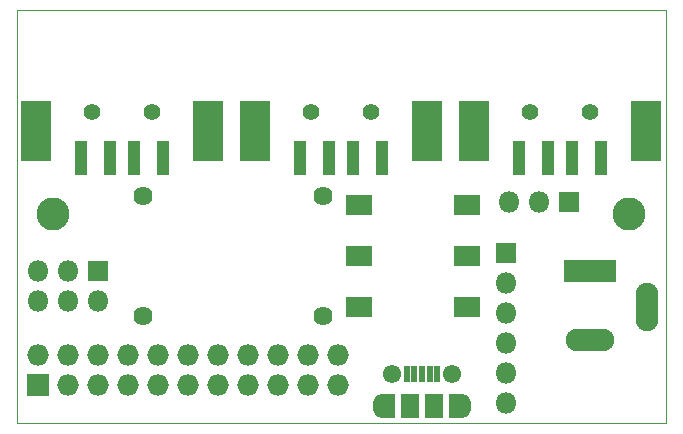
<source format=gbr>
%TF.GenerationSoftware,KiCad,Pcbnew,5.1.6-c6e7f7d~86~ubuntu18.04.1*%
%TF.CreationDate,2020-06-20T11:39:55+02:00*%
%TF.ProjectId,USB-Exp,5553422d-4578-4702-9e6b-696361645f70,1.0*%
%TF.SameCoordinates,Original*%
%TF.FileFunction,Soldermask,Top*%
%TF.FilePolarity,Negative*%
%FSLAX46Y46*%
G04 Gerber Fmt 4.6, Leading zero omitted, Abs format (unit mm)*
G04 Created by KiCad (PCBNEW 5.1.6-c6e7f7d~86~ubuntu18.04.1) date 2020-06-20 11:39:55*
%MOMM*%
%LPD*%
G01*
G04 APERTURE LIST*
%TA.AperFunction,Profile*%
%ADD10C,0.050000*%
%TD*%
%ADD11C,2.800000*%
%ADD12C,1.624000*%
%ADD13R,2.280000X1.700000*%
%ADD14O,1.827200X1.827200*%
%ADD15R,1.827200X1.827200*%
%ADD16O,1.800000X1.800000*%
%ADD17R,1.800000X1.800000*%
%ADD18R,2.600000X5.100000*%
%ADD19R,1.000000X2.900000*%
%ADD20C,1.400000*%
%ADD21R,4.500000X1.900000*%
%ADD22O,4.100000X1.900000*%
%ADD23O,1.900000X4.100000*%
%ADD24R,1.300000X2.000000*%
%ADD25O,1.300000X2.000000*%
%ADD26R,1.600000X2.000000*%
%ADD27C,1.550000*%
%ADD28R,0.500000X1.450000*%
G04 APERTURE END LIST*
D10*
X50000000Y-50000000D02*
X50000000Y-85000000D01*
X50000000Y-50000000D02*
X105000000Y-50000000D01*
X105000000Y-85000000D02*
X50000000Y-85000000D01*
X105000000Y-50000000D02*
X105000000Y-85000000D01*
D11*
%TO.C,REF\u002A\u002A*%
X101854000Y-67310000D03*
%TD*%
%TO.C,REF\u002A\u002A*%
X53086000Y-67310000D03*
%TD*%
D12*
%TO.C,U1*%
X60706000Y-75946000D03*
X60706000Y-65786000D03*
X75946000Y-65786000D03*
X75946000Y-75946000D03*
%TD*%
D13*
%TO.C,SW3*%
X78966000Y-75184000D03*
X88166000Y-75184000D03*
%TD*%
%TO.C,SW2*%
X78966000Y-70866000D03*
X88166000Y-70866000D03*
%TD*%
%TO.C,SW1*%
X78966000Y-66548000D03*
X88166000Y-66548000D03*
%TD*%
D14*
%TO.C,P1*%
X77216000Y-79248000D03*
X77216000Y-81788000D03*
X59436000Y-79248000D03*
X59436000Y-81788000D03*
X56896000Y-79248000D03*
X56896000Y-81788000D03*
X54356000Y-79248000D03*
X54356000Y-81788000D03*
X51816000Y-79248000D03*
D15*
X51816000Y-81788000D03*
D14*
X61976000Y-81788000D03*
X61976000Y-79248000D03*
X64516000Y-81788000D03*
X64516000Y-79248000D03*
X67056000Y-81788000D03*
X67056000Y-79248000D03*
X69596000Y-81788000D03*
X69596000Y-79248000D03*
X72136000Y-81788000D03*
X72136000Y-79248000D03*
X74676000Y-81788000D03*
X74676000Y-79248000D03*
%TD*%
D16*
%TO.C,JP1*%
X91694000Y-66294000D03*
X94234000Y-66294000D03*
D17*
X96774000Y-66294000D03*
%TD*%
D16*
%TO.C,J7*%
X91440000Y-83312000D03*
X91440000Y-80772000D03*
X91440000Y-78232000D03*
X91440000Y-75692000D03*
X91440000Y-73152000D03*
D17*
X91440000Y-70612000D03*
%TD*%
D16*
%TO.C,J6*%
X51816000Y-74676000D03*
X51816000Y-72136000D03*
X54356000Y-74676000D03*
X54356000Y-72136000D03*
X56896000Y-74676000D03*
D17*
X56896000Y-72136000D03*
%TD*%
D18*
%TO.C,J5*%
X88762000Y-60274000D03*
X103262000Y-60274000D03*
D19*
X95012000Y-62524000D03*
X99512000Y-62524000D03*
X97012000Y-62524000D03*
X92512000Y-62524000D03*
D20*
X93512000Y-58674000D03*
X98512000Y-58674000D03*
%TD*%
D18*
%TO.C,J4*%
X70220000Y-60274000D03*
X84720000Y-60274000D03*
D19*
X76470000Y-62524000D03*
X80970000Y-62524000D03*
X78470000Y-62524000D03*
X73970000Y-62524000D03*
D20*
X74970000Y-58674000D03*
X79970000Y-58674000D03*
%TD*%
D18*
%TO.C,J3*%
X51678000Y-60274000D03*
X66178000Y-60274000D03*
D19*
X57928000Y-62524000D03*
X62428000Y-62524000D03*
X59928000Y-62524000D03*
X55428000Y-62524000D03*
D20*
X56428000Y-58674000D03*
X61428000Y-58674000D03*
%TD*%
D21*
%TO.C,J2*%
X98552000Y-72136000D03*
D22*
X98552000Y-77936000D03*
D23*
X103352000Y-75136000D03*
%TD*%
D24*
%TO.C,J1*%
X81428000Y-83533500D03*
X87228000Y-83533500D03*
D25*
X87828000Y-83533500D03*
X80828000Y-83533500D03*
D26*
X83328000Y-83533500D03*
D27*
X86828000Y-80833500D03*
D28*
X84328000Y-80833500D03*
X84978000Y-80833500D03*
X85628000Y-80833500D03*
X83028000Y-80833500D03*
X83678000Y-80833500D03*
D27*
X81828000Y-80833500D03*
D26*
X85328000Y-83533500D03*
%TD*%
M02*

</source>
